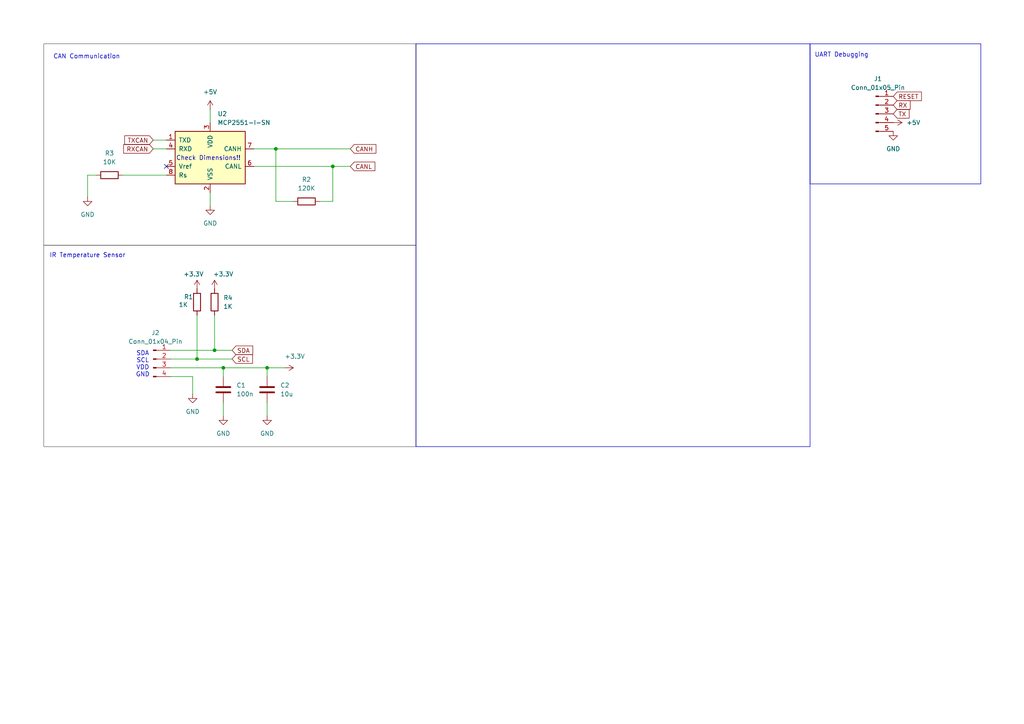
<source format=kicad_sch>
(kicad_sch (version 20250114) (generator "eeschema") (generator_version "9.0")
  (paper "A4")
  (lib_symbols
    (symbol "Connector:Conn_01x04_Pin" (pin_names (offset 1.016) (hide yes))
      (property "Reference" "J" (at 0 5.08 0))
      (property "Value" "Conn_01x04_Pin" (at 0 -7.62 0))
      (symbol "Conn_01x04_Pin_1_1"
        (rectangle (start 0.8636 2.667) (end 0 2.413) (stroke (width 0.1524)) (fill (type outline)))
        (rectangle (start 0.8636 0.127) (end 0 -0.127) (stroke (width 0.1524)) (fill (type outline)))
        (rectangle (start 0.8636 -2.413) (end 0 -2.667) (stroke (width 0.1524)) (fill (type outline)))
        (rectangle (start 0.8636 -4.953) (end 0 -5.207) (stroke (width 0.1524)) (fill (type outline)))
        (polyline (pts (xy 1.27 2.54) (xy 0.8636 2.54)) (stroke (width 0.1524)))
        (polyline (pts (xy 1.27 0) (xy 0.8636 0)) (stroke (width 0.1524)))
        (polyline (pts (xy 1.27 -2.54) (xy 0.8636 -2.54)) (stroke (width 0.1524)))
        (polyline (pts (xy 1.27 -5.08) (xy 0.8636 -5.08)) (stroke (width 0.1524)))
        (pin passive line (at 5.08 2.54 180) (length 3.81) (name "Pin_1") (number "1"))
        (pin passive line (at 5.08 0 180) (length 3.81) (name "Pin_2") (number "2"))
        (pin passive line (at 5.08 -2.54 180) (length 3.81) (name "Pin_3") (number "3"))
        (pin passive line (at 5.08 -5.08 180) (length 3.81) (name "Pin_4") (number "4"))
      )
    )
    (symbol "Connector:Conn_01x05_Pin" (pin_names (offset 1.016) (hide yes))
      (property "Reference" "J" (at 0 7.62 0))
      (property "Value" "Conn_01x05_Pin" (at 0 -7.62 0))
      (symbol "Conn_01x05_Pin_1_1"
        (rectangle (start 0.8636 5.207) (end 0 4.953) (stroke (width 0.1524)) (fill (type outline)))
        (rectangle (start 0.8636 2.667) (end 0 2.413) (stroke (width 0.1524)) (fill (type outline)))
        (rectangle (start 0.8636 0.127) (end 0 -0.127) (stroke (width 0.1524)) (fill (type outline)))
        (rectangle (start 0.8636 -2.413) (end 0 -2.667) (stroke (width 0.1524)) (fill (type outline)))
        (rectangle (start 0.8636 -4.953) (end 0 -5.207) (stroke (width 0.1524)) (fill (type outline)))
        (polyline (pts (xy 1.27 5.08) (xy 0.8636 5.08)) (stroke (width 0.1524)))
        (polyline (pts (xy 1.27 2.54) (xy 0.8636 2.54)) (stroke (width 0.1524)))
        (polyline (pts (xy 1.27 0) (xy 0.8636 0)) (stroke (width 0.1524)))
        (polyline (pts (xy 1.27 -2.54) (xy 0.8636 -2.54)) (stroke (width 0.1524)))
        (polyline (pts (xy 1.27 -5.08) (xy 0.8636 -5.08)) (stroke (width 0.1524)))
        (pin passive line (at 5.08 5.08 180) (length 3.81) (name "Pin_1") (number "1"))
        (pin passive line (at 5.08 2.54 180) (length 3.81) (name "Pin_2") (number "2"))
        (pin passive line (at 5.08 0 180) (length 3.81) (name "Pin_3") (number "3"))
        (pin passive line (at 5.08 -2.54 180) (length 3.81) (name "Pin_4") (number "4"))
        (pin passive line (at 5.08 -5.08 180) (length 3.81) (name "Pin_5") (number "5"))
      )
    )
    (symbol "Device:C" (pin_numbers (hide yes)) (pin_names (offset 0.254))
      (property "Reference" "C" (at 0.635 2.54 0))
      (property "Value" "C" (at 0.635 -2.54 0))
      (symbol "C_0_1"
        (polyline (pts (xy -2.032 0.762) (xy 2.032 0.762)) (stroke (width 0.508)))
        (polyline (pts (xy -2.032 -0.762) (xy 2.032 -0.762)) (stroke (width 0.508)))
      )
      (symbol "C_1_1"
        (pin passive line (at 0 3.81 270) (length 2.794) (name "~") (number "1"))
        (pin passive line (at 0 -3.81 90) (length 2.794) (name "~") (number "2"))
      )
    )
    (symbol "Device:R" (pin_numbers (hide yes)) (pin_names (offset 0))
      (property "Reference" "R" (at 2.032 0 90))
      (property "Value" "R" (at 0 0 90))
      (symbol "R_0_1"
        (rectangle (start -1.016 -2.54) (end 1.016 2.54) (stroke (width 0.254)))
      )
      (symbol "R_1_1"
        (pin passive line (at 0 3.81 270) (length 1.27) (name "~") (number "1"))
        (pin passive line (at 0 -3.81 90) (length 1.27) (name "~") (number "2"))
      )
    )
    (symbol "Interface_CAN_LIN:MCP2551-I-SN" (pin_names (offset 1.016))
      (property "Reference" "U" (at -10.16 8.89 0))
      (property "Value" "MCP2551-I-SN" (at 2.54 8.89 0))
      (symbol "MCP2551-I-SN_0_1"
        (rectangle (start -10.16 7.62) (end 10.16 -7.62) (stroke (width 0.254)) (fill (type background)))
      )
      (symbol "MCP2551-I-SN_1_1"
        (pin input line (at -12.7 5.08 0) (length 2.54) (name "TXD") (number "1"))
        (pin output line (at -12.7 2.54 0) (length 2.54) (name "RXD") (number "4"))
        (pin power_out line (at -12.7 -2.54 0) (length 2.54) (name "Vref") (number "5"))
        (pin input line (at -12.7 -5.08 0) (length 2.54) (name "Rs") (number "8"))
        (pin power_in line (at 0 10.16 270) (length 2.54) (name "VDD") (number "3"))
        (pin power_in line (at 0 -10.16 90) (length 2.54) (name "VSS") (number "2"))
        (pin bidirectional line (at 12.7 2.54 180) (length 2.54) (name "CANH") (number "7"))
        (pin bidirectional line (at 12.7 -2.54 180) (length 2.54) (name "CANL") (number "6"))
      )
    )
    (symbol "power:+3.3V" (power) (pin_numbers (hide yes)) (pin_names (offset 0) (hide yes))
      (property "Value" "+3.3V" (at 0 3.556 0))
      (symbol "+3.3V_0_1"
        (polyline (pts (xy -0.762 1.27) (xy 0 2.54)))
        (polyline (pts (xy 0 2.54) (xy 0.762 1.27)))
        (polyline (pts (xy 0 0) (xy 0 2.54)))
      )
      (symbol "+3.3V_1_1"
        (pin power_in line (at 0 0 90) (length 0) (name "~") (number "1"))
      )
    )
    (symbol "power:+5V" (power) (pin_numbers (hide yes)) (pin_names (offset 0) (hide yes))
      (property "Value" "+5V" (at 0 3.556 0))
      (symbol "+5V_0_1"
        (polyline (pts (xy -0.762 1.27) (xy 0 2.54)))
        (polyline (pts (xy 0 2.54) (xy 0.762 1.27)))
        (polyline (pts (xy 0 0) (xy 0 2.54)))
      )
      (symbol "+5V_1_1"
        (pin power_in line (at 0 0 90) (length 0) (name "~") (number "1"))
      )
    )
    (symbol "power:GND" (power) (pin_numbers (hide yes)) (pin_names (offset 0) (hide yes))
      (property "Value" "GND" (at 0 -3.81 0))
      (symbol "GND_0_1"
        (polyline (pts (xy 0 0) (xy 0 -1.27) (xy 1.27 -1.27) (xy 0 -2.54) (xy -1.27 -1.27) (xy 0 -1.27)))
      )
      (symbol "GND_1_1"
        (pin power_in line (at 0 0 270) (length 0) (name "~") (number "1"))
      )
    )
  )
  (rectangle (start 234.95 12.7) (end 284.48 53.34))
  (rectangle (start 120.65 12.7) (end 234.95 129.54))
  (rectangle (start 12.7 12.7) (end 120.65 71.12) (stroke (width 0.0254) (color 0 0 0 1)))
  (rectangle (start 12.7 71.12) (end 120.65 129.54) (stroke (width 0.0254) (color 0 0 0 1)))
  (text "SDA\nSCL\nVDD\nGND" (at 41.402 105.664 0) (effects (font (size 1.27 1.27))))
  (text "CAN Communication" (at 25.146 16.51 0) (effects (font (size 1.27 1.27))))
  (text "Check Dimensions!!\n" (at 60.452 45.974 0) (effects (font (size 1.27 1.27))))
  (text "UART Debugging" (at 244.094 16.002 0) (effects (font (size 1.27 1.27))))
  (text "IR Temperature Sensor" (at 25.4 74.168 0) (effects (font (size 1.27 1.27))))
  (junction (at 64.77 106.68))
  (junction (at 57.15 104.14))
  (junction (at 80.01 43.18))
  (junction (at 96.52 48.26))
  (junction (at 77.47 106.68))
  (junction (at 62.23 101.6))
  (no_connect (at 48.26 48.26))
  (wire (pts (xy 60.96 55.88) (xy 60.96 59.69)))
  (wire (pts (xy 73.66 48.26) (xy 96.52 48.26)))
  (wire (pts (xy 80.01 43.18) (xy 80.01 58.42)))
  (wire (pts (xy 49.53 106.68) (xy 64.77 106.68)))
  (wire (pts (xy 64.77 116.84) (xy 64.77 120.65)))
  (wire (pts (xy 96.52 48.26) (xy 101.6 48.26)))
  (wire (pts (xy 49.53 101.6) (xy 62.23 101.6)))
  (wire (pts (xy 80.01 43.18) (xy 101.6 43.18)))
  (wire (pts (xy 77.47 106.68) (xy 77.47 109.22)))
  (wire (pts (xy 60.96 31.75) (xy 60.96 35.56)))
  (wire (pts (xy 55.88 109.22) (xy 55.88 114.3)))
  (wire (pts (xy 27.94 50.8) (xy 25.4 50.8)))
  (wire (pts (xy 25.4 50.8) (xy 25.4 57.15)))
  (wire (pts (xy 64.77 106.68) (xy 77.47 106.68)))
  (wire (pts (xy 73.66 43.18) (xy 80.01 43.18)))
  (wire (pts (xy 96.52 48.26) (xy 96.52 58.42)))
  (wire (pts (xy 92.71 58.42) (xy 96.52 58.42)))
  (wire (pts (xy 57.15 91.44) (xy 57.15 104.14)))
  (wire (pts (xy 77.47 106.68) (xy 82.55 106.68)))
  (wire (pts (xy 49.53 109.22) (xy 55.88 109.22)))
  (wire (pts (xy 64.77 106.68) (xy 64.77 109.22)))
  (wire (pts (xy 62.23 101.6) (xy 62.23 91.44)))
  (wire (pts (xy 77.47 116.84) (xy 77.47 120.65)))
  (wire (pts (xy 57.15 104.14) (xy 67.31 104.14)))
  (wire (pts (xy 44.45 43.18) (xy 48.26 43.18)))
  (wire (pts (xy 62.23 101.6) (xy 67.31 101.6)))
  (wire (pts (xy 80.01 58.42) (xy 85.09 58.42)))
  (wire (pts (xy 44.45 40.64) (xy 48.26 40.64)))
  (wire (pts (xy 35.56 50.8) (xy 48.26 50.8)))
  (wire (pts (xy 49.53 104.14) (xy 57.15 104.14)))
  (global_label "RX" (shape input) (at 259.08 30.48 0) (property "Intersheetrefs" "${INTERSHEET_REFS}" (effects (hide yes))))
  (global_label "RXCAN" (shape input) (at 44.45 43.18 180) (property "Intersheetrefs" "${INTERSHEET_REFS}" (effects (hide yes))))
  (global_label "RESET" (shape input) (at 259.08 27.94 0) (property "Intersheetrefs" "${INTERSHEET_REFS}" (effects (hide yes))))
  (global_label "TXCAN" (shape input) (at 44.45 40.64 180) (property "Intersheetrefs" "${INTERSHEET_REFS}" (effects (hide yes))))
  (global_label "CANH" (shape input) (at 101.6 43.18 0) (property "Intersheetrefs" "${INTERSHEET_REFS}" (effects (hide yes))))
  (global_label "SDA" (shape input) (at 67.31 101.6 0) (property "Intersheetrefs" "${INTERSHEET_REFS}" (effects (hide yes))))
  (global_label "CANL" (shape input) (at 101.6 48.26 0) (property "Intersheetrefs" "${INTERSHEET_REFS}" (effects (hide yes))))
  (global_label "SCL" (shape input) (at 67.31 104.14 0) (property "Intersheetrefs" "${INTERSHEET_REFS}" (effects (hide yes))))
  (global_label "TX" (shape input) (at 259.08 33.02 0) (property "Intersheetrefs" "${INTERSHEET_REFS}" (effects (hide yes))))
  (symbol (lib_id "power:GND") (at 259.08 38.1 0) (unit 1)
    (property "Reference" "#PWR012" (effects (hide yes)))
    (property "Value" "GND" (at 259.08 43.18 0))
    (property "Description" "Power symbol creates a global label with name \"GND\" , ground" (effects (hide yes)))
  )
  (symbol (lib_id "Device:R") (at 88.9 58.42 90) (unit 1)
    (property "Reference" "R2" (at 88.9 52.07 90))
    (property "Value" "120K" (at 88.9 54.61 90))
    (property "Description" "Resistor" (effects (hide yes)))
  )
  (symbol (lib_id "Connector:Conn_01x04_Pin") (at 44.45 104.14 0) (unit 1)
    (property "Reference" "J2" (at 45.085 96.52 0))
    (property "Value" "Conn_01x04_Pin" (at 45.085 99.06 0))
    (property "Description" "Generic connector, single row, 01x04, script generated" (effects (hide yes)))
  )
  (symbol (lib_id "Connector:Conn_01x05_Pin") (at 254 33.02 0) (unit 1)
    (property "Reference" "J1" (at 254.635 22.86 0))
    (property "Value" "Conn_01x05_Pin" (at 254.635 25.4 0))
    (property "Description" "Generic connector, single row, 01x05, script generated" (effects (hide yes)))
  )
  (symbol (lib_id "power:+3.3V") (at 82.55 106.68 270) (unit 1)
    (property "Reference" "#PWR03" (effects (hide yes)))
    (property "Value" "+3.3V" (at 82.55 103.378 90) (effects (justify left)))
    (property "Description" "Power symbol creates a global label with name \"+3.3V\"" (effects (hide yes)))
  )
  (symbol (lib_id "power:GND") (at 77.47 120.65 0) (unit 1)
    (property "Reference" "#PWR09" (effects (hide yes)))
    (property "Value" "GND" (at 77.47 125.73 0))
    (property "Description" "Power symbol creates a global label with name \"GND\" , ground" (effects (hide yes)))
  )
  (symbol (lib_id "Device:R") (at 57.15 87.63 180) (unit 1)
    (property "Reference" "R1" (at 53.34 86.106 0) (effects (justify right)))
    (property "Value" "1K" (at 51.816 88.392 0) (effects (justify right)))
    (property "Description" "Resistor" (effects (hide yes)))
  )
  (symbol (lib_id "power:GND") (at 64.77 120.65 0) (unit 1)
    (property "Reference" "#PWR08" (effects (hide yes)))
    (property "Value" "GND" (at 64.77 125.73 0))
    (property "Description" "Power symbol creates a global label with name \"GND\" , ground" (effects (hide yes)))
  )
  (symbol (lib_id "power:+3.3V") (at 62.23 83.82 0) (unit 1)
    (property "Reference" "#PWR02" (effects (hide yes)))
    (property "Value" "+3.3V" (at 64.77 79.502 0))
    (property "Description" "Power symbol creates a global label with name \"+3.3V\"" (effects (hide yes)))
  )
  (symbol (lib_id "Device:C") (at 64.77 113.03 0) (unit 1)
    (property "Reference" "C1" (at 68.58 111.7599 0) (effects (justify left)))
    (property "Value" "100n" (at 68.58 114.2999 0) (effects (justify left)))
    (property "Description" "Unpolarized capacitor" (effects (hide yes)))
  )
  (symbol (lib_id "power:GND") (at 55.88 114.3 0) (unit 1)
    (property "Reference" "#PWR07" (effects (hide yes)))
    (property "Value" "GND" (at 55.88 119.38 0))
    (property "Description" "Power symbol creates a global label with name \"GND\" , ground" (effects (hide yes)))
  )
  (symbol (lib_id "Device:R") (at 31.75 50.8 270) (unit 1)
    (property "Reference" "R3" (at 31.75 44.45 90))
    (property "Value" "10K" (at 31.75 46.99 90))
    (property "Description" "Resistor" (effects (hide yes)))
  )
  (symbol (lib_id "Device:C") (at 77.47 113.03 0) (unit 1)
    (property "Reference" "C2" (at 81.28 111.7599 0) (effects (justify left)))
    (property "Value" "10u" (at 81.28 114.2999 0) (effects (justify left)))
    (property "Description" "Unpolarized capacitor" (effects (hide yes)))
  )
  (symbol (lib_id "Interface_CAN_LIN:MCP2551-I-SN") (at 60.96 45.72 0) (unit 1)
    (property "Reference" "U2" (at 63.1033 33.02 0) (effects (justify left)))
    (property "Value" "MCP2551-I-SN" (at 63.1033 35.56 0) (effects (justify left)))
    (property "Footprint" "Package_SO:SOIC-8_3.9x4.9mm_P1.27mm" (effects (hide yes)))
    (property "Datasheet" "http://ww1.microchip.com/downloads/en/devicedoc/21667d.pdf" (effects (hide yes)))
    (property "Description" "High-Speed CAN Transceiver, 1Mbps, 5V supply, SOIC-8" (effects (hide yes)))
  )
  (symbol (lib_id "power:+5V") (at 259.08 35.56 270) (unit 1)
    (property "Reference" "#PWR011" (effects (hide yes)))
    (property "Value" "+5V" (at 262.89 35.5599 90) (effects (justify left)))
    (property "Description" "Power symbol creates a global label with name \"+5V\"" (effects (hide yes)))
  )
  (symbol (lib_id "Device:R") (at 62.23 87.63 0) (unit 1)
    (property "Reference" "R4" (at 64.77 86.3599 0) (effects (justify left)))
    (property "Value" "1K" (at 64.77 88.8999 0) (effects (justify left)))
    (property "Description" "Resistor" (effects (hide yes)))
  )
  (symbol (lib_id "power:GND") (at 25.4 57.15 0) (unit 1)
    (property "Reference" "#PWR06" (effects (hide yes)))
    (property "Value" "GND" (at 25.4 62.23 0))
    (property "Description" "Power symbol creates a global label with name \"GND\" , ground" (effects (hide yes)))
  )
  (symbol (lib_id "power:GND") (at 60.96 59.69 0) (unit 1)
    (property "Reference" "#PWR04" (effects (hide yes)))
    (property "Value" "GND" (at 60.96 64.77 0))
    (property "Description" "Power symbol creates a global label with name \"GND\" , ground" (effects (hide yes)))
  )
  (symbol (lib_id "power:+3.3V") (at 57.15 83.82 0) (unit 1)
    (property "Reference" "#PWR01" (effects (hide yes)))
    (property "Value" "+3.3V" (at 56.134 79.502 0))
    (property "Description" "Power symbol creates a global label with name \"+3.3V\"" (effects (hide yes)))
  )
  (symbol (lib_id "power:+5V") (at 60.96 31.75 0) (unit 1)
    (property "Reference" "#PWR05" (effects (hide yes)))
    (property "Value" "+5V" (at 60.96 26.67 0))
    (property "Description" "Power symbol creates a global label with name \"+5V\"" (effects (hide yes)))
  )
)
</source>
